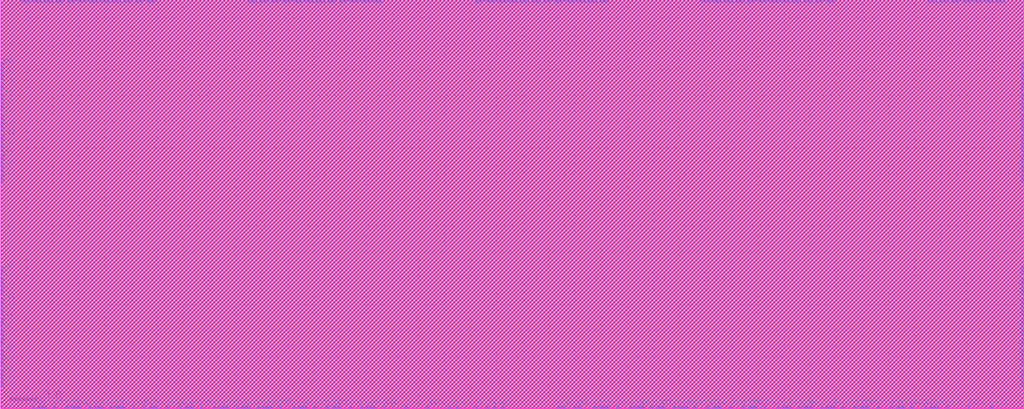
<source format=lef>
# 
#              Synchronous High Speed Single Port SRAM Compiler 
# 
#                    UMC 0.18um GenericII Logic Process
#    __________________________________________________________________________
# 
# 
#      (C) Copyright 2002-2009 Faraday Technology Corp. All Rights Reserved.
#    
#    This source code is an unpublished work belongs to Faraday Technology
#    Corp.  It is considered a trade secret and is not to be divulged or
#    used by parties who have not received written authorization from
#    Faraday Technology Corp.
#    
#    Faraday's home page can be found at:
#    http://www.faraday-tech.com/
#   
#       Module Name      : tag_array
#       Words            : 64
#       Bits             : 22
#       Byte-Write       : 1
#       Aspect Ratio     : 1
#       Output Loading   : 0.5  (pf)
#       Data Slew        : 0.5  (ns)
#       CK Slew          : 0.5  (ns)
#       Power Ring Width : 2  (um)
# 
# -----------------------------------------------------------------------------
# 
#       Library          : FSA0M_A
#       Memaker          : 200901.2.1
#       Date             : 2018/10/22 20:38:45
# 
# -----------------------------------------------------------------------------


NAMESCASESENSITIVE ON ;
MACRO tag_array
CLASS BLOCK ;
FOREIGN tag_array 0.000 0.000 ;
ORIGIN 0.000 0.000 ;
SIZE 391.840 BY 156.800 ;
SYMMETRY x y r90 ;
SITE core ;
PIN GND
  DIRECTION INOUT ;
  USE GROUND ;
  SHAPE ABUTMENT ;
 PORT
  LAYER metal4 ;
  RECT 390.720 129.700 391.840 132.940 ;
  LAYER metal3 ;
  RECT 390.720 129.700 391.840 132.940 ;
  LAYER metal2 ;
  RECT 390.720 129.700 391.840 132.940 ;
  LAYER metal1 ;
  RECT 390.720 129.700 391.840 132.940 ;
 END
 PORT
  LAYER metal4 ;
  RECT 390.720 121.860 391.840 125.100 ;
  LAYER metal3 ;
  RECT 390.720 121.860 391.840 125.100 ;
  LAYER metal2 ;
  RECT 390.720 121.860 391.840 125.100 ;
  LAYER metal1 ;
  RECT 390.720 121.860 391.840 125.100 ;
 END
 PORT
  LAYER metal4 ;
  RECT 390.720 114.020 391.840 117.260 ;
  LAYER metal3 ;
  RECT 390.720 114.020 391.840 117.260 ;
  LAYER metal2 ;
  RECT 390.720 114.020 391.840 117.260 ;
  LAYER metal1 ;
  RECT 390.720 114.020 391.840 117.260 ;
 END
 PORT
  LAYER metal4 ;
  RECT 390.720 106.180 391.840 109.420 ;
  LAYER metal3 ;
  RECT 390.720 106.180 391.840 109.420 ;
  LAYER metal2 ;
  RECT 390.720 106.180 391.840 109.420 ;
  LAYER metal1 ;
  RECT 390.720 106.180 391.840 109.420 ;
 END
 PORT
  LAYER metal4 ;
  RECT 390.720 98.340 391.840 101.580 ;
  LAYER metal3 ;
  RECT 390.720 98.340 391.840 101.580 ;
  LAYER metal2 ;
  RECT 390.720 98.340 391.840 101.580 ;
  LAYER metal1 ;
  RECT 390.720 98.340 391.840 101.580 ;
 END
 PORT
  LAYER metal4 ;
  RECT 390.720 90.500 391.840 93.740 ;
  LAYER metal3 ;
  RECT 390.720 90.500 391.840 93.740 ;
  LAYER metal2 ;
  RECT 390.720 90.500 391.840 93.740 ;
  LAYER metal1 ;
  RECT 390.720 90.500 391.840 93.740 ;
 END
 PORT
  LAYER metal4 ;
  RECT 390.720 51.300 391.840 54.540 ;
  LAYER metal3 ;
  RECT 390.720 51.300 391.840 54.540 ;
  LAYER metal2 ;
  RECT 390.720 51.300 391.840 54.540 ;
  LAYER metal1 ;
  RECT 390.720 51.300 391.840 54.540 ;
 END
 PORT
  LAYER metal4 ;
  RECT 390.720 43.460 391.840 46.700 ;
  LAYER metal3 ;
  RECT 390.720 43.460 391.840 46.700 ;
  LAYER metal2 ;
  RECT 390.720 43.460 391.840 46.700 ;
  LAYER metal1 ;
  RECT 390.720 43.460 391.840 46.700 ;
 END
 PORT
  LAYER metal4 ;
  RECT 390.720 35.620 391.840 38.860 ;
  LAYER metal3 ;
  RECT 390.720 35.620 391.840 38.860 ;
  LAYER metal2 ;
  RECT 390.720 35.620 391.840 38.860 ;
  LAYER metal1 ;
  RECT 390.720 35.620 391.840 38.860 ;
 END
 PORT
  LAYER metal4 ;
  RECT 390.720 27.780 391.840 31.020 ;
  LAYER metal3 ;
  RECT 390.720 27.780 391.840 31.020 ;
  LAYER metal2 ;
  RECT 390.720 27.780 391.840 31.020 ;
  LAYER metal1 ;
  RECT 390.720 27.780 391.840 31.020 ;
 END
 PORT
  LAYER metal4 ;
  RECT 390.720 19.940 391.840 23.180 ;
  LAYER metal3 ;
  RECT 390.720 19.940 391.840 23.180 ;
  LAYER metal2 ;
  RECT 390.720 19.940 391.840 23.180 ;
  LAYER metal1 ;
  RECT 390.720 19.940 391.840 23.180 ;
 END
 PORT
  LAYER metal4 ;
  RECT 390.720 12.100 391.840 15.340 ;
  LAYER metal3 ;
  RECT 390.720 12.100 391.840 15.340 ;
  LAYER metal2 ;
  RECT 390.720 12.100 391.840 15.340 ;
  LAYER metal1 ;
  RECT 390.720 12.100 391.840 15.340 ;
 END
 PORT
  LAYER metal4 ;
  RECT 0.000 129.700 1.120 132.940 ;
  LAYER metal3 ;
  RECT 0.000 129.700 1.120 132.940 ;
  LAYER metal2 ;
  RECT 0.000 129.700 1.120 132.940 ;
  LAYER metal1 ;
  RECT 0.000 129.700 1.120 132.940 ;
 END
 PORT
  LAYER metal4 ;
  RECT 0.000 121.860 1.120 125.100 ;
  LAYER metal3 ;
  RECT 0.000 121.860 1.120 125.100 ;
  LAYER metal2 ;
  RECT 0.000 121.860 1.120 125.100 ;
  LAYER metal1 ;
  RECT 0.000 121.860 1.120 125.100 ;
 END
 PORT
  LAYER metal4 ;
  RECT 0.000 114.020 1.120 117.260 ;
  LAYER metal3 ;
  RECT 0.000 114.020 1.120 117.260 ;
  LAYER metal2 ;
  RECT 0.000 114.020 1.120 117.260 ;
  LAYER metal1 ;
  RECT 0.000 114.020 1.120 117.260 ;
 END
 PORT
  LAYER metal4 ;
  RECT 0.000 106.180 1.120 109.420 ;
  LAYER metal3 ;
  RECT 0.000 106.180 1.120 109.420 ;
  LAYER metal2 ;
  RECT 0.000 106.180 1.120 109.420 ;
  LAYER metal1 ;
  RECT 0.000 106.180 1.120 109.420 ;
 END
 PORT
  LAYER metal4 ;
  RECT 0.000 98.340 1.120 101.580 ;
  LAYER metal3 ;
  RECT 0.000 98.340 1.120 101.580 ;
  LAYER metal2 ;
  RECT 0.000 98.340 1.120 101.580 ;
  LAYER metal1 ;
  RECT 0.000 98.340 1.120 101.580 ;
 END
 PORT
  LAYER metal4 ;
  RECT 0.000 90.500 1.120 93.740 ;
  LAYER metal3 ;
  RECT 0.000 90.500 1.120 93.740 ;
  LAYER metal2 ;
  RECT 0.000 90.500 1.120 93.740 ;
  LAYER metal1 ;
  RECT 0.000 90.500 1.120 93.740 ;
 END
 PORT
  LAYER metal4 ;
  RECT 0.000 51.300 1.120 54.540 ;
  LAYER metal3 ;
  RECT 0.000 51.300 1.120 54.540 ;
  LAYER metal2 ;
  RECT 0.000 51.300 1.120 54.540 ;
  LAYER metal1 ;
  RECT 0.000 51.300 1.120 54.540 ;
 END
 PORT
  LAYER metal4 ;
  RECT 0.000 43.460 1.120 46.700 ;
  LAYER metal3 ;
  RECT 0.000 43.460 1.120 46.700 ;
  LAYER metal2 ;
  RECT 0.000 43.460 1.120 46.700 ;
  LAYER metal1 ;
  RECT 0.000 43.460 1.120 46.700 ;
 END
 PORT
  LAYER metal4 ;
  RECT 0.000 35.620 1.120 38.860 ;
  LAYER metal3 ;
  RECT 0.000 35.620 1.120 38.860 ;
  LAYER metal2 ;
  RECT 0.000 35.620 1.120 38.860 ;
  LAYER metal1 ;
  RECT 0.000 35.620 1.120 38.860 ;
 END
 PORT
  LAYER metal4 ;
  RECT 0.000 27.780 1.120 31.020 ;
  LAYER metal3 ;
  RECT 0.000 27.780 1.120 31.020 ;
  LAYER metal2 ;
  RECT 0.000 27.780 1.120 31.020 ;
  LAYER metal1 ;
  RECT 0.000 27.780 1.120 31.020 ;
 END
 PORT
  LAYER metal4 ;
  RECT 0.000 19.940 1.120 23.180 ;
  LAYER metal3 ;
  RECT 0.000 19.940 1.120 23.180 ;
  LAYER metal2 ;
  RECT 0.000 19.940 1.120 23.180 ;
  LAYER metal1 ;
  RECT 0.000 19.940 1.120 23.180 ;
 END
 PORT
  LAYER metal4 ;
  RECT 0.000 12.100 1.120 15.340 ;
  LAYER metal3 ;
  RECT 0.000 12.100 1.120 15.340 ;
  LAYER metal2 ;
  RECT 0.000 12.100 1.120 15.340 ;
  LAYER metal1 ;
  RECT 0.000 12.100 1.120 15.340 ;
 END
 PORT
  LAYER metal4 ;
  RECT 376.740 155.680 380.280 156.800 ;
  LAYER metal3 ;
  RECT 376.740 155.680 380.280 156.800 ;
  LAYER metal2 ;
  RECT 376.740 155.680 380.280 156.800 ;
  LAYER metal1 ;
  RECT 376.740 155.680 380.280 156.800 ;
 END
 PORT
  LAYER metal4 ;
  RECT 368.060 155.680 371.600 156.800 ;
  LAYER metal3 ;
  RECT 368.060 155.680 371.600 156.800 ;
  LAYER metal2 ;
  RECT 368.060 155.680 371.600 156.800 ;
  LAYER metal1 ;
  RECT 368.060 155.680 371.600 156.800 ;
 END
 PORT
  LAYER metal4 ;
  RECT 359.380 155.680 362.920 156.800 ;
  LAYER metal3 ;
  RECT 359.380 155.680 362.920 156.800 ;
  LAYER metal2 ;
  RECT 359.380 155.680 362.920 156.800 ;
  LAYER metal1 ;
  RECT 359.380 155.680 362.920 156.800 ;
 END
 PORT
  LAYER metal4 ;
  RECT 315.980 155.680 319.520 156.800 ;
  LAYER metal3 ;
  RECT 315.980 155.680 319.520 156.800 ;
  LAYER metal2 ;
  RECT 315.980 155.680 319.520 156.800 ;
  LAYER metal1 ;
  RECT 315.980 155.680 319.520 156.800 ;
 END
 PORT
  LAYER metal4 ;
  RECT 307.300 155.680 310.840 156.800 ;
  LAYER metal3 ;
  RECT 307.300 155.680 310.840 156.800 ;
  LAYER metal2 ;
  RECT 307.300 155.680 310.840 156.800 ;
  LAYER metal1 ;
  RECT 307.300 155.680 310.840 156.800 ;
 END
 PORT
  LAYER metal4 ;
  RECT 298.620 155.680 302.160 156.800 ;
  LAYER metal3 ;
  RECT 298.620 155.680 302.160 156.800 ;
  LAYER metal2 ;
  RECT 298.620 155.680 302.160 156.800 ;
  LAYER metal1 ;
  RECT 298.620 155.680 302.160 156.800 ;
 END
 PORT
  LAYER metal4 ;
  RECT 289.940 155.680 293.480 156.800 ;
  LAYER metal3 ;
  RECT 289.940 155.680 293.480 156.800 ;
  LAYER metal2 ;
  RECT 289.940 155.680 293.480 156.800 ;
  LAYER metal1 ;
  RECT 289.940 155.680 293.480 156.800 ;
 END
 PORT
  LAYER metal4 ;
  RECT 281.260 155.680 284.800 156.800 ;
  LAYER metal3 ;
  RECT 281.260 155.680 284.800 156.800 ;
  LAYER metal2 ;
  RECT 281.260 155.680 284.800 156.800 ;
  LAYER metal1 ;
  RECT 281.260 155.680 284.800 156.800 ;
 END
 PORT
  LAYER metal4 ;
  RECT 272.580 155.680 276.120 156.800 ;
  LAYER metal3 ;
  RECT 272.580 155.680 276.120 156.800 ;
  LAYER metal2 ;
  RECT 272.580 155.680 276.120 156.800 ;
  LAYER metal1 ;
  RECT 272.580 155.680 276.120 156.800 ;
 END
 PORT
  LAYER metal4 ;
  RECT 229.180 155.680 232.720 156.800 ;
  LAYER metal3 ;
  RECT 229.180 155.680 232.720 156.800 ;
  LAYER metal2 ;
  RECT 229.180 155.680 232.720 156.800 ;
  LAYER metal1 ;
  RECT 229.180 155.680 232.720 156.800 ;
 END
 PORT
  LAYER metal4 ;
  RECT 220.500 155.680 224.040 156.800 ;
  LAYER metal3 ;
  RECT 220.500 155.680 224.040 156.800 ;
  LAYER metal2 ;
  RECT 220.500 155.680 224.040 156.800 ;
  LAYER metal1 ;
  RECT 220.500 155.680 224.040 156.800 ;
 END
 PORT
  LAYER metal4 ;
  RECT 211.820 155.680 215.360 156.800 ;
  LAYER metal3 ;
  RECT 211.820 155.680 215.360 156.800 ;
  LAYER metal2 ;
  RECT 211.820 155.680 215.360 156.800 ;
  LAYER metal1 ;
  RECT 211.820 155.680 215.360 156.800 ;
 END
 PORT
  LAYER metal4 ;
  RECT 203.140 155.680 206.680 156.800 ;
  LAYER metal3 ;
  RECT 203.140 155.680 206.680 156.800 ;
  LAYER metal2 ;
  RECT 203.140 155.680 206.680 156.800 ;
  LAYER metal1 ;
  RECT 203.140 155.680 206.680 156.800 ;
 END
 PORT
  LAYER metal4 ;
  RECT 194.460 155.680 198.000 156.800 ;
  LAYER metal3 ;
  RECT 194.460 155.680 198.000 156.800 ;
  LAYER metal2 ;
  RECT 194.460 155.680 198.000 156.800 ;
  LAYER metal1 ;
  RECT 194.460 155.680 198.000 156.800 ;
 END
 PORT
  LAYER metal4 ;
  RECT 185.780 155.680 189.320 156.800 ;
  LAYER metal3 ;
  RECT 185.780 155.680 189.320 156.800 ;
  LAYER metal2 ;
  RECT 185.780 155.680 189.320 156.800 ;
  LAYER metal1 ;
  RECT 185.780 155.680 189.320 156.800 ;
 END
 PORT
  LAYER metal4 ;
  RECT 142.380 155.680 145.920 156.800 ;
  LAYER metal3 ;
  RECT 142.380 155.680 145.920 156.800 ;
  LAYER metal2 ;
  RECT 142.380 155.680 145.920 156.800 ;
  LAYER metal1 ;
  RECT 142.380 155.680 145.920 156.800 ;
 END
 PORT
  LAYER metal4 ;
  RECT 133.700 155.680 137.240 156.800 ;
  LAYER metal3 ;
  RECT 133.700 155.680 137.240 156.800 ;
  LAYER metal2 ;
  RECT 133.700 155.680 137.240 156.800 ;
  LAYER metal1 ;
  RECT 133.700 155.680 137.240 156.800 ;
 END
 PORT
  LAYER metal4 ;
  RECT 125.020 155.680 128.560 156.800 ;
  LAYER metal3 ;
  RECT 125.020 155.680 128.560 156.800 ;
  LAYER metal2 ;
  RECT 125.020 155.680 128.560 156.800 ;
  LAYER metal1 ;
  RECT 125.020 155.680 128.560 156.800 ;
 END
 PORT
  LAYER metal4 ;
  RECT 116.340 155.680 119.880 156.800 ;
  LAYER metal3 ;
  RECT 116.340 155.680 119.880 156.800 ;
  LAYER metal2 ;
  RECT 116.340 155.680 119.880 156.800 ;
  LAYER metal1 ;
  RECT 116.340 155.680 119.880 156.800 ;
 END
 PORT
  LAYER metal4 ;
  RECT 107.660 155.680 111.200 156.800 ;
  LAYER metal3 ;
  RECT 107.660 155.680 111.200 156.800 ;
  LAYER metal2 ;
  RECT 107.660 155.680 111.200 156.800 ;
  LAYER metal1 ;
  RECT 107.660 155.680 111.200 156.800 ;
 END
 PORT
  LAYER metal4 ;
  RECT 98.980 155.680 102.520 156.800 ;
  LAYER metal3 ;
  RECT 98.980 155.680 102.520 156.800 ;
  LAYER metal2 ;
  RECT 98.980 155.680 102.520 156.800 ;
  LAYER metal1 ;
  RECT 98.980 155.680 102.520 156.800 ;
 END
 PORT
  LAYER metal4 ;
  RECT 55.580 155.680 59.120 156.800 ;
  LAYER metal3 ;
  RECT 55.580 155.680 59.120 156.800 ;
  LAYER metal2 ;
  RECT 55.580 155.680 59.120 156.800 ;
  LAYER metal1 ;
  RECT 55.580 155.680 59.120 156.800 ;
 END
 PORT
  LAYER metal4 ;
  RECT 46.900 155.680 50.440 156.800 ;
  LAYER metal3 ;
  RECT 46.900 155.680 50.440 156.800 ;
  LAYER metal2 ;
  RECT 46.900 155.680 50.440 156.800 ;
  LAYER metal1 ;
  RECT 46.900 155.680 50.440 156.800 ;
 END
 PORT
  LAYER metal4 ;
  RECT 38.220 155.680 41.760 156.800 ;
  LAYER metal3 ;
  RECT 38.220 155.680 41.760 156.800 ;
  LAYER metal2 ;
  RECT 38.220 155.680 41.760 156.800 ;
  LAYER metal1 ;
  RECT 38.220 155.680 41.760 156.800 ;
 END
 PORT
  LAYER metal4 ;
  RECT 29.540 155.680 33.080 156.800 ;
  LAYER metal3 ;
  RECT 29.540 155.680 33.080 156.800 ;
  LAYER metal2 ;
  RECT 29.540 155.680 33.080 156.800 ;
  LAYER metal1 ;
  RECT 29.540 155.680 33.080 156.800 ;
 END
 PORT
  LAYER metal4 ;
  RECT 20.860 155.680 24.400 156.800 ;
  LAYER metal3 ;
  RECT 20.860 155.680 24.400 156.800 ;
  LAYER metal2 ;
  RECT 20.860 155.680 24.400 156.800 ;
  LAYER metal1 ;
  RECT 20.860 155.680 24.400 156.800 ;
 END
 PORT
  LAYER metal4 ;
  RECT 12.180 155.680 15.720 156.800 ;
  LAYER metal3 ;
  RECT 12.180 155.680 15.720 156.800 ;
  LAYER metal2 ;
  RECT 12.180 155.680 15.720 156.800 ;
  LAYER metal1 ;
  RECT 12.180 155.680 15.720 156.800 ;
 END
 PORT
  LAYER metal4 ;
  RECT 355.660 0.000 359.200 1.120 ;
  LAYER metal3 ;
  RECT 355.660 0.000 359.200 1.120 ;
  LAYER metal2 ;
  RECT 355.660 0.000 359.200 1.120 ;
  LAYER metal1 ;
  RECT 355.660 0.000 359.200 1.120 ;
 END
 PORT
  LAYER metal4 ;
  RECT 329.000 0.000 332.540 1.120 ;
  LAYER metal3 ;
  RECT 329.000 0.000 332.540 1.120 ;
  LAYER metal2 ;
  RECT 329.000 0.000 332.540 1.120 ;
  LAYER metal1 ;
  RECT 329.000 0.000 332.540 1.120 ;
 END
 PORT
  LAYER metal4 ;
  RECT 307.300 0.000 310.840 1.120 ;
  LAYER metal3 ;
  RECT 307.300 0.000 310.840 1.120 ;
  LAYER metal2 ;
  RECT 307.300 0.000 310.840 1.120 ;
  LAYER metal1 ;
  RECT 307.300 0.000 310.840 1.120 ;
 END
 PORT
  LAYER metal4 ;
  RECT 286.220 0.000 289.760 1.120 ;
  LAYER metal3 ;
  RECT 286.220 0.000 289.760 1.120 ;
  LAYER metal2 ;
  RECT 286.220 0.000 289.760 1.120 ;
  LAYER metal1 ;
  RECT 286.220 0.000 289.760 1.120 ;
 END
 PORT
  LAYER metal4 ;
  RECT 259.560 0.000 263.100 1.120 ;
  LAYER metal3 ;
  RECT 259.560 0.000 263.100 1.120 ;
  LAYER metal2 ;
  RECT 259.560 0.000 263.100 1.120 ;
  LAYER metal1 ;
  RECT 259.560 0.000 263.100 1.120 ;
 END
 PORT
  LAYER metal4 ;
  RECT 242.820 0.000 246.360 1.120 ;
  LAYER metal3 ;
  RECT 242.820 0.000 246.360 1.120 ;
  LAYER metal2 ;
  RECT 242.820 0.000 246.360 1.120 ;
  LAYER metal1 ;
  RECT 242.820 0.000 246.360 1.120 ;
 END
 PORT
  LAYER metal4 ;
  RECT 139.900 0.000 143.440 1.120 ;
  LAYER metal3 ;
  RECT 139.900 0.000 143.440 1.120 ;
  LAYER metal2 ;
  RECT 139.900 0.000 143.440 1.120 ;
  LAYER metal1 ;
  RECT 139.900 0.000 143.440 1.120 ;
 END
 PORT
  LAYER metal4 ;
  RECT 113.860 0.000 117.400 1.120 ;
  LAYER metal3 ;
  RECT 113.860 0.000 117.400 1.120 ;
  LAYER metal2 ;
  RECT 113.860 0.000 117.400 1.120 ;
  LAYER metal1 ;
  RECT 113.860 0.000 117.400 1.120 ;
 END
 PORT
  LAYER metal4 ;
  RECT 92.160 0.000 95.700 1.120 ;
  LAYER metal3 ;
  RECT 92.160 0.000 95.700 1.120 ;
  LAYER metal2 ;
  RECT 92.160 0.000 95.700 1.120 ;
  LAYER metal1 ;
  RECT 92.160 0.000 95.700 1.120 ;
 END
 PORT
  LAYER metal4 ;
  RECT 70.460 0.000 74.000 1.120 ;
  LAYER metal3 ;
  RECT 70.460 0.000 74.000 1.120 ;
  LAYER metal2 ;
  RECT 70.460 0.000 74.000 1.120 ;
  LAYER metal1 ;
  RECT 70.460 0.000 74.000 1.120 ;
 END
 PORT
  LAYER metal4 ;
  RECT 43.800 0.000 47.340 1.120 ;
  LAYER metal3 ;
  RECT 43.800 0.000 47.340 1.120 ;
  LAYER metal2 ;
  RECT 43.800 0.000 47.340 1.120 ;
  LAYER metal1 ;
  RECT 43.800 0.000 47.340 1.120 ;
 END
 PORT
  LAYER metal4 ;
  RECT 27.060 0.000 30.600 1.120 ;
  LAYER metal3 ;
  RECT 27.060 0.000 30.600 1.120 ;
  LAYER metal2 ;
  RECT 27.060 0.000 30.600 1.120 ;
  LAYER metal1 ;
  RECT 27.060 0.000 30.600 1.120 ;
 END
END GND
PIN VCC
  DIRECTION INOUT ;
  USE POWER ;
  SHAPE ABUTMENT ;
 PORT
  LAYER metal4 ;
  RECT 390.720 125.780 391.840 129.020 ;
  LAYER metal3 ;
  RECT 390.720 125.780 391.840 129.020 ;
  LAYER metal2 ;
  RECT 390.720 125.780 391.840 129.020 ;
  LAYER metal1 ;
  RECT 390.720 125.780 391.840 129.020 ;
 END
 PORT
  LAYER metal4 ;
  RECT 390.720 117.940 391.840 121.180 ;
  LAYER metal3 ;
  RECT 390.720 117.940 391.840 121.180 ;
  LAYER metal2 ;
  RECT 390.720 117.940 391.840 121.180 ;
  LAYER metal1 ;
  RECT 390.720 117.940 391.840 121.180 ;
 END
 PORT
  LAYER metal4 ;
  RECT 390.720 110.100 391.840 113.340 ;
  LAYER metal3 ;
  RECT 390.720 110.100 391.840 113.340 ;
  LAYER metal2 ;
  RECT 390.720 110.100 391.840 113.340 ;
  LAYER metal1 ;
  RECT 390.720 110.100 391.840 113.340 ;
 END
 PORT
  LAYER metal4 ;
  RECT 390.720 102.260 391.840 105.500 ;
  LAYER metal3 ;
  RECT 390.720 102.260 391.840 105.500 ;
  LAYER metal2 ;
  RECT 390.720 102.260 391.840 105.500 ;
  LAYER metal1 ;
  RECT 390.720 102.260 391.840 105.500 ;
 END
 PORT
  LAYER metal4 ;
  RECT 390.720 94.420 391.840 97.660 ;
  LAYER metal3 ;
  RECT 390.720 94.420 391.840 97.660 ;
  LAYER metal2 ;
  RECT 390.720 94.420 391.840 97.660 ;
  LAYER metal1 ;
  RECT 390.720 94.420 391.840 97.660 ;
 END
 PORT
  LAYER metal4 ;
  RECT 390.720 86.580 391.840 89.820 ;
  LAYER metal3 ;
  RECT 390.720 86.580 391.840 89.820 ;
  LAYER metal2 ;
  RECT 390.720 86.580 391.840 89.820 ;
  LAYER metal1 ;
  RECT 390.720 86.580 391.840 89.820 ;
 END
 PORT
  LAYER metal4 ;
  RECT 390.720 47.380 391.840 50.620 ;
  LAYER metal3 ;
  RECT 390.720 47.380 391.840 50.620 ;
  LAYER metal2 ;
  RECT 390.720 47.380 391.840 50.620 ;
  LAYER metal1 ;
  RECT 390.720 47.380 391.840 50.620 ;
 END
 PORT
  LAYER metal4 ;
  RECT 390.720 39.540 391.840 42.780 ;
  LAYER metal3 ;
  RECT 390.720 39.540 391.840 42.780 ;
  LAYER metal2 ;
  RECT 390.720 39.540 391.840 42.780 ;
  LAYER metal1 ;
  RECT 390.720 39.540 391.840 42.780 ;
 END
 PORT
  LAYER metal4 ;
  RECT 390.720 31.700 391.840 34.940 ;
  LAYER metal3 ;
  RECT 390.720 31.700 391.840 34.940 ;
  LAYER metal2 ;
  RECT 390.720 31.700 391.840 34.940 ;
  LAYER metal1 ;
  RECT 390.720 31.700 391.840 34.940 ;
 END
 PORT
  LAYER metal4 ;
  RECT 390.720 23.860 391.840 27.100 ;
  LAYER metal3 ;
  RECT 390.720 23.860 391.840 27.100 ;
  LAYER metal2 ;
  RECT 390.720 23.860 391.840 27.100 ;
  LAYER metal1 ;
  RECT 390.720 23.860 391.840 27.100 ;
 END
 PORT
  LAYER metal4 ;
  RECT 390.720 16.020 391.840 19.260 ;
  LAYER metal3 ;
  RECT 390.720 16.020 391.840 19.260 ;
  LAYER metal2 ;
  RECT 390.720 16.020 391.840 19.260 ;
  LAYER metal1 ;
  RECT 390.720 16.020 391.840 19.260 ;
 END
 PORT
  LAYER metal4 ;
  RECT 390.720 8.180 391.840 11.420 ;
  LAYER metal3 ;
  RECT 390.720 8.180 391.840 11.420 ;
  LAYER metal2 ;
  RECT 390.720 8.180 391.840 11.420 ;
  LAYER metal1 ;
  RECT 390.720 8.180 391.840 11.420 ;
 END
 PORT
  LAYER metal4 ;
  RECT 0.000 125.780 1.120 129.020 ;
  LAYER metal3 ;
  RECT 0.000 125.780 1.120 129.020 ;
  LAYER metal2 ;
  RECT 0.000 125.780 1.120 129.020 ;
  LAYER metal1 ;
  RECT 0.000 125.780 1.120 129.020 ;
 END
 PORT
  LAYER metal4 ;
  RECT 0.000 117.940 1.120 121.180 ;
  LAYER metal3 ;
  RECT 0.000 117.940 1.120 121.180 ;
  LAYER metal2 ;
  RECT 0.000 117.940 1.120 121.180 ;
  LAYER metal1 ;
  RECT 0.000 117.940 1.120 121.180 ;
 END
 PORT
  LAYER metal4 ;
  RECT 0.000 110.100 1.120 113.340 ;
  LAYER metal3 ;
  RECT 0.000 110.100 1.120 113.340 ;
  LAYER metal2 ;
  RECT 0.000 110.100 1.120 113.340 ;
  LAYER metal1 ;
  RECT 0.000 110.100 1.120 113.340 ;
 END
 PORT
  LAYER metal4 ;
  RECT 0.000 102.260 1.120 105.500 ;
  LAYER metal3 ;
  RECT 0.000 102.260 1.120 105.500 ;
  LAYER metal2 ;
  RECT 0.000 102.260 1.120 105.500 ;
  LAYER metal1 ;
  RECT 0.000 102.260 1.120 105.500 ;
 END
 PORT
  LAYER metal4 ;
  RECT 0.000 94.420 1.120 97.660 ;
  LAYER metal3 ;
  RECT 0.000 94.420 1.120 97.660 ;
  LAYER metal2 ;
  RECT 0.000 94.420 1.120 97.660 ;
  LAYER metal1 ;
  RECT 0.000 94.420 1.120 97.660 ;
 END
 PORT
  LAYER metal4 ;
  RECT 0.000 86.580 1.120 89.820 ;
  LAYER metal3 ;
  RECT 0.000 86.580 1.120 89.820 ;
  LAYER metal2 ;
  RECT 0.000 86.580 1.120 89.820 ;
  LAYER metal1 ;
  RECT 0.000 86.580 1.120 89.820 ;
 END
 PORT
  LAYER metal4 ;
  RECT 0.000 47.380 1.120 50.620 ;
  LAYER metal3 ;
  RECT 0.000 47.380 1.120 50.620 ;
  LAYER metal2 ;
  RECT 0.000 47.380 1.120 50.620 ;
  LAYER metal1 ;
  RECT 0.000 47.380 1.120 50.620 ;
 END
 PORT
  LAYER metal4 ;
  RECT 0.000 39.540 1.120 42.780 ;
  LAYER metal3 ;
  RECT 0.000 39.540 1.120 42.780 ;
  LAYER metal2 ;
  RECT 0.000 39.540 1.120 42.780 ;
  LAYER metal1 ;
  RECT 0.000 39.540 1.120 42.780 ;
 END
 PORT
  LAYER metal4 ;
  RECT 0.000 31.700 1.120 34.940 ;
  LAYER metal3 ;
  RECT 0.000 31.700 1.120 34.940 ;
  LAYER metal2 ;
  RECT 0.000 31.700 1.120 34.940 ;
  LAYER metal1 ;
  RECT 0.000 31.700 1.120 34.940 ;
 END
 PORT
  LAYER metal4 ;
  RECT 0.000 23.860 1.120 27.100 ;
  LAYER metal3 ;
  RECT 0.000 23.860 1.120 27.100 ;
  LAYER metal2 ;
  RECT 0.000 23.860 1.120 27.100 ;
  LAYER metal1 ;
  RECT 0.000 23.860 1.120 27.100 ;
 END
 PORT
  LAYER metal4 ;
  RECT 0.000 16.020 1.120 19.260 ;
  LAYER metal3 ;
  RECT 0.000 16.020 1.120 19.260 ;
  LAYER metal2 ;
  RECT 0.000 16.020 1.120 19.260 ;
  LAYER metal1 ;
  RECT 0.000 16.020 1.120 19.260 ;
 END
 PORT
  LAYER metal4 ;
  RECT 0.000 8.180 1.120 11.420 ;
  LAYER metal3 ;
  RECT 0.000 8.180 1.120 11.420 ;
  LAYER metal2 ;
  RECT 0.000 8.180 1.120 11.420 ;
  LAYER metal1 ;
  RECT 0.000 8.180 1.120 11.420 ;
 END
 PORT
  LAYER metal4 ;
  RECT 381.080 155.680 384.620 156.800 ;
  LAYER metal3 ;
  RECT 381.080 155.680 384.620 156.800 ;
  LAYER metal2 ;
  RECT 381.080 155.680 384.620 156.800 ;
  LAYER metal1 ;
  RECT 381.080 155.680 384.620 156.800 ;
 END
 PORT
  LAYER metal4 ;
  RECT 372.400 155.680 375.940 156.800 ;
  LAYER metal3 ;
  RECT 372.400 155.680 375.940 156.800 ;
  LAYER metal2 ;
  RECT 372.400 155.680 375.940 156.800 ;
  LAYER metal1 ;
  RECT 372.400 155.680 375.940 156.800 ;
 END
 PORT
  LAYER metal4 ;
  RECT 363.720 155.680 367.260 156.800 ;
  LAYER metal3 ;
  RECT 363.720 155.680 367.260 156.800 ;
  LAYER metal2 ;
  RECT 363.720 155.680 367.260 156.800 ;
  LAYER metal1 ;
  RECT 363.720 155.680 367.260 156.800 ;
 END
 PORT
  LAYER metal4 ;
  RECT 355.040 155.680 358.580 156.800 ;
  LAYER metal3 ;
  RECT 355.040 155.680 358.580 156.800 ;
  LAYER metal2 ;
  RECT 355.040 155.680 358.580 156.800 ;
  LAYER metal1 ;
  RECT 355.040 155.680 358.580 156.800 ;
 END
 PORT
  LAYER metal4 ;
  RECT 311.640 155.680 315.180 156.800 ;
  LAYER metal3 ;
  RECT 311.640 155.680 315.180 156.800 ;
  LAYER metal2 ;
  RECT 311.640 155.680 315.180 156.800 ;
  LAYER metal1 ;
  RECT 311.640 155.680 315.180 156.800 ;
 END
 PORT
  LAYER metal4 ;
  RECT 302.960 155.680 306.500 156.800 ;
  LAYER metal3 ;
  RECT 302.960 155.680 306.500 156.800 ;
  LAYER metal2 ;
  RECT 302.960 155.680 306.500 156.800 ;
  LAYER metal1 ;
  RECT 302.960 155.680 306.500 156.800 ;
 END
 PORT
  LAYER metal4 ;
  RECT 294.280 155.680 297.820 156.800 ;
  LAYER metal3 ;
  RECT 294.280 155.680 297.820 156.800 ;
  LAYER metal2 ;
  RECT 294.280 155.680 297.820 156.800 ;
  LAYER metal1 ;
  RECT 294.280 155.680 297.820 156.800 ;
 END
 PORT
  LAYER metal4 ;
  RECT 285.600 155.680 289.140 156.800 ;
  LAYER metal3 ;
  RECT 285.600 155.680 289.140 156.800 ;
  LAYER metal2 ;
  RECT 285.600 155.680 289.140 156.800 ;
  LAYER metal1 ;
  RECT 285.600 155.680 289.140 156.800 ;
 END
 PORT
  LAYER metal4 ;
  RECT 276.920 155.680 280.460 156.800 ;
  LAYER metal3 ;
  RECT 276.920 155.680 280.460 156.800 ;
  LAYER metal2 ;
  RECT 276.920 155.680 280.460 156.800 ;
  LAYER metal1 ;
  RECT 276.920 155.680 280.460 156.800 ;
 END
 PORT
  LAYER metal4 ;
  RECT 268.240 155.680 271.780 156.800 ;
  LAYER metal3 ;
  RECT 268.240 155.680 271.780 156.800 ;
  LAYER metal2 ;
  RECT 268.240 155.680 271.780 156.800 ;
  LAYER metal1 ;
  RECT 268.240 155.680 271.780 156.800 ;
 END
 PORT
  LAYER metal4 ;
  RECT 224.840 155.680 228.380 156.800 ;
  LAYER metal3 ;
  RECT 224.840 155.680 228.380 156.800 ;
  LAYER metal2 ;
  RECT 224.840 155.680 228.380 156.800 ;
  LAYER metal1 ;
  RECT 224.840 155.680 228.380 156.800 ;
 END
 PORT
  LAYER metal4 ;
  RECT 216.160 155.680 219.700 156.800 ;
  LAYER metal3 ;
  RECT 216.160 155.680 219.700 156.800 ;
  LAYER metal2 ;
  RECT 216.160 155.680 219.700 156.800 ;
  LAYER metal1 ;
  RECT 216.160 155.680 219.700 156.800 ;
 END
 PORT
  LAYER metal4 ;
  RECT 207.480 155.680 211.020 156.800 ;
  LAYER metal3 ;
  RECT 207.480 155.680 211.020 156.800 ;
  LAYER metal2 ;
  RECT 207.480 155.680 211.020 156.800 ;
  LAYER metal1 ;
  RECT 207.480 155.680 211.020 156.800 ;
 END
 PORT
  LAYER metal4 ;
  RECT 198.800 155.680 202.340 156.800 ;
  LAYER metal3 ;
  RECT 198.800 155.680 202.340 156.800 ;
  LAYER metal2 ;
  RECT 198.800 155.680 202.340 156.800 ;
  LAYER metal1 ;
  RECT 198.800 155.680 202.340 156.800 ;
 END
 PORT
  LAYER metal4 ;
  RECT 190.120 155.680 193.660 156.800 ;
  LAYER metal3 ;
  RECT 190.120 155.680 193.660 156.800 ;
  LAYER metal2 ;
  RECT 190.120 155.680 193.660 156.800 ;
  LAYER metal1 ;
  RECT 190.120 155.680 193.660 156.800 ;
 END
 PORT
  LAYER metal4 ;
  RECT 181.440 155.680 184.980 156.800 ;
  LAYER metal3 ;
  RECT 181.440 155.680 184.980 156.800 ;
  LAYER metal2 ;
  RECT 181.440 155.680 184.980 156.800 ;
  LAYER metal1 ;
  RECT 181.440 155.680 184.980 156.800 ;
 END
 PORT
  LAYER metal4 ;
  RECT 138.040 155.680 141.580 156.800 ;
  LAYER metal3 ;
  RECT 138.040 155.680 141.580 156.800 ;
  LAYER metal2 ;
  RECT 138.040 155.680 141.580 156.800 ;
  LAYER metal1 ;
  RECT 138.040 155.680 141.580 156.800 ;
 END
 PORT
  LAYER metal4 ;
  RECT 129.360 155.680 132.900 156.800 ;
  LAYER metal3 ;
  RECT 129.360 155.680 132.900 156.800 ;
  LAYER metal2 ;
  RECT 129.360 155.680 132.900 156.800 ;
  LAYER metal1 ;
  RECT 129.360 155.680 132.900 156.800 ;
 END
 PORT
  LAYER metal4 ;
  RECT 120.680 155.680 124.220 156.800 ;
  LAYER metal3 ;
  RECT 120.680 155.680 124.220 156.800 ;
  LAYER metal2 ;
  RECT 120.680 155.680 124.220 156.800 ;
  LAYER metal1 ;
  RECT 120.680 155.680 124.220 156.800 ;
 END
 PORT
  LAYER metal4 ;
  RECT 112.000 155.680 115.540 156.800 ;
  LAYER metal3 ;
  RECT 112.000 155.680 115.540 156.800 ;
  LAYER metal2 ;
  RECT 112.000 155.680 115.540 156.800 ;
  LAYER metal1 ;
  RECT 112.000 155.680 115.540 156.800 ;
 END
 PORT
  LAYER metal4 ;
  RECT 103.320 155.680 106.860 156.800 ;
  LAYER metal3 ;
  RECT 103.320 155.680 106.860 156.800 ;
  LAYER metal2 ;
  RECT 103.320 155.680 106.860 156.800 ;
  LAYER metal1 ;
  RECT 103.320 155.680 106.860 156.800 ;
 END
 PORT
  LAYER metal4 ;
  RECT 94.640 155.680 98.180 156.800 ;
  LAYER metal3 ;
  RECT 94.640 155.680 98.180 156.800 ;
  LAYER metal2 ;
  RECT 94.640 155.680 98.180 156.800 ;
  LAYER metal1 ;
  RECT 94.640 155.680 98.180 156.800 ;
 END
 PORT
  LAYER metal4 ;
  RECT 51.240 155.680 54.780 156.800 ;
  LAYER metal3 ;
  RECT 51.240 155.680 54.780 156.800 ;
  LAYER metal2 ;
  RECT 51.240 155.680 54.780 156.800 ;
  LAYER metal1 ;
  RECT 51.240 155.680 54.780 156.800 ;
 END
 PORT
  LAYER metal4 ;
  RECT 42.560 155.680 46.100 156.800 ;
  LAYER metal3 ;
  RECT 42.560 155.680 46.100 156.800 ;
  LAYER metal2 ;
  RECT 42.560 155.680 46.100 156.800 ;
  LAYER metal1 ;
  RECT 42.560 155.680 46.100 156.800 ;
 END
 PORT
  LAYER metal4 ;
  RECT 33.880 155.680 37.420 156.800 ;
  LAYER metal3 ;
  RECT 33.880 155.680 37.420 156.800 ;
  LAYER metal2 ;
  RECT 33.880 155.680 37.420 156.800 ;
  LAYER metal1 ;
  RECT 33.880 155.680 37.420 156.800 ;
 END
 PORT
  LAYER metal4 ;
  RECT 25.200 155.680 28.740 156.800 ;
  LAYER metal3 ;
  RECT 25.200 155.680 28.740 156.800 ;
  LAYER metal2 ;
  RECT 25.200 155.680 28.740 156.800 ;
  LAYER metal1 ;
  RECT 25.200 155.680 28.740 156.800 ;
 END
 PORT
  LAYER metal4 ;
  RECT 16.520 155.680 20.060 156.800 ;
  LAYER metal3 ;
  RECT 16.520 155.680 20.060 156.800 ;
  LAYER metal2 ;
  RECT 16.520 155.680 20.060 156.800 ;
  LAYER metal1 ;
  RECT 16.520 155.680 20.060 156.800 ;
 END
 PORT
  LAYER metal4 ;
  RECT 7.840 155.680 11.380 156.800 ;
  LAYER metal3 ;
  RECT 7.840 155.680 11.380 156.800 ;
  LAYER metal2 ;
  RECT 7.840 155.680 11.380 156.800 ;
  LAYER metal1 ;
  RECT 7.840 155.680 11.380 156.800 ;
 END
 PORT
  LAYER metal4 ;
  RECT 342.640 0.000 346.180 1.120 ;
  LAYER metal3 ;
  RECT 342.640 0.000 346.180 1.120 ;
  LAYER metal2 ;
  RECT 342.640 0.000 346.180 1.120 ;
  LAYER metal1 ;
  RECT 342.640 0.000 346.180 1.120 ;
 END
 PORT
  LAYER metal4 ;
  RECT 315.980 0.000 319.520 1.120 ;
  LAYER metal3 ;
  RECT 315.980 0.000 319.520 1.120 ;
  LAYER metal2 ;
  RECT 315.980 0.000 319.520 1.120 ;
  LAYER metal1 ;
  RECT 315.980 0.000 319.520 1.120 ;
 END
 PORT
  LAYER metal4 ;
  RECT 299.240 0.000 302.780 1.120 ;
  LAYER metal3 ;
  RECT 299.240 0.000 302.780 1.120 ;
  LAYER metal2 ;
  RECT 299.240 0.000 302.780 1.120 ;
  LAYER metal1 ;
  RECT 299.240 0.000 302.780 1.120 ;
 END
 PORT
  LAYER metal4 ;
  RECT 272.580 0.000 276.120 1.120 ;
  LAYER metal3 ;
  RECT 272.580 0.000 276.120 1.120 ;
  LAYER metal2 ;
  RECT 272.580 0.000 276.120 1.120 ;
  LAYER metal1 ;
  RECT 272.580 0.000 276.120 1.120 ;
 END
 PORT
  LAYER metal4 ;
  RECT 250.880 0.000 254.420 1.120 ;
  LAYER metal3 ;
  RECT 250.880 0.000 254.420 1.120 ;
  LAYER metal2 ;
  RECT 250.880 0.000 254.420 1.120 ;
  LAYER metal1 ;
  RECT 250.880 0.000 254.420 1.120 ;
 END
 PORT
  LAYER metal4 ;
  RECT 229.180 0.000 232.720 1.120 ;
  LAYER metal3 ;
  RECT 229.180 0.000 232.720 1.120 ;
  LAYER metal2 ;
  RECT 229.180 0.000 232.720 1.120 ;
  LAYER metal1 ;
  RECT 229.180 0.000 232.720 1.120 ;
 END
 PORT
  LAYER metal4 ;
  RECT 126.880 0.000 130.420 1.120 ;
  LAYER metal3 ;
  RECT 126.880 0.000 130.420 1.120 ;
  LAYER metal2 ;
  RECT 126.880 0.000 130.420 1.120 ;
  LAYER metal1 ;
  RECT 126.880 0.000 130.420 1.120 ;
 END
 PORT
  LAYER metal4 ;
  RECT 100.220 0.000 103.760 1.120 ;
  LAYER metal3 ;
  RECT 100.220 0.000 103.760 1.120 ;
  LAYER metal2 ;
  RECT 100.220 0.000 103.760 1.120 ;
  LAYER metal1 ;
  RECT 100.220 0.000 103.760 1.120 ;
 END
 PORT
  LAYER metal4 ;
  RECT 83.480 0.000 87.020 1.120 ;
  LAYER metal3 ;
  RECT 83.480 0.000 87.020 1.120 ;
  LAYER metal2 ;
  RECT 83.480 0.000 87.020 1.120 ;
  LAYER metal1 ;
  RECT 83.480 0.000 87.020 1.120 ;
 END
 PORT
  LAYER metal4 ;
  RECT 56.820 0.000 60.360 1.120 ;
  LAYER metal3 ;
  RECT 56.820 0.000 60.360 1.120 ;
  LAYER metal2 ;
  RECT 56.820 0.000 60.360 1.120 ;
  LAYER metal1 ;
  RECT 56.820 0.000 60.360 1.120 ;
 END
 PORT
  LAYER metal4 ;
  RECT 35.740 0.000 39.280 1.120 ;
  LAYER metal3 ;
  RECT 35.740 0.000 39.280 1.120 ;
  LAYER metal2 ;
  RECT 35.740 0.000 39.280 1.120 ;
  LAYER metal1 ;
  RECT 35.740 0.000 39.280 1.120 ;
 END
 PORT
  LAYER metal4 ;
  RECT 14.040 0.000 17.580 1.120 ;
  LAYER metal3 ;
  RECT 14.040 0.000 17.580 1.120 ;
  LAYER metal2 ;
  RECT 14.040 0.000 17.580 1.120 ;
  LAYER metal1 ;
  RECT 14.040 0.000 17.580 1.120 ;
 END
END VCC
PIN DO21
  DIRECTION OUTPUT ;
  CAPACITANCE 0.031 ;
 PORT
  LAYER metal4 ;
  RECT 378.880 0.000 380.000 1.120 ;
  LAYER metal3 ;
  RECT 378.880 0.000 380.000 1.120 ;
  LAYER metal2 ;
  RECT 378.880 0.000 380.000 1.120 ;
  LAYER metal1 ;
  RECT 378.880 0.000 380.000 1.120 ;
 END
END DO21
PIN DI21
  DIRECTION INPUT ;
  CAPACITANCE 0.012 ;
 PORT
  LAYER metal4 ;
  RECT 370.200 0.000 371.320 1.120 ;
  LAYER metal3 ;
  RECT 370.200 0.000 371.320 1.120 ;
  LAYER metal2 ;
  RECT 370.200 0.000 371.320 1.120 ;
  LAYER metal1 ;
  RECT 370.200 0.000 371.320 1.120 ;
 END
END DI21
PIN DO20
  DIRECTION OUTPUT ;
  CAPACITANCE 0.031 ;
 PORT
  LAYER metal4 ;
  RECT 362.140 0.000 363.260 1.120 ;
  LAYER metal3 ;
  RECT 362.140 0.000 363.260 1.120 ;
  LAYER metal2 ;
  RECT 362.140 0.000 363.260 1.120 ;
  LAYER metal1 ;
  RECT 362.140 0.000 363.260 1.120 ;
 END
END DO20
PIN DI20
  DIRECTION INPUT ;
  CAPACITANCE 0.012 ;
 PORT
  LAYER metal4 ;
  RECT 353.460 0.000 354.580 1.120 ;
  LAYER metal3 ;
  RECT 353.460 0.000 354.580 1.120 ;
  LAYER metal2 ;
  RECT 353.460 0.000 354.580 1.120 ;
  LAYER metal1 ;
  RECT 353.460 0.000 354.580 1.120 ;
 END
END DI20
PIN DO19
  DIRECTION OUTPUT ;
  CAPACITANCE 0.031 ;
 PORT
  LAYER metal4 ;
  RECT 348.500 0.000 349.620 1.120 ;
  LAYER metal3 ;
  RECT 348.500 0.000 349.620 1.120 ;
  LAYER metal2 ;
  RECT 348.500 0.000 349.620 1.120 ;
  LAYER metal1 ;
  RECT 348.500 0.000 349.620 1.120 ;
 END
END DO19
PIN DI19
  DIRECTION INPUT ;
  CAPACITANCE 0.012 ;
 PORT
  LAYER metal4 ;
  RECT 340.440 0.000 341.560 1.120 ;
  LAYER metal3 ;
  RECT 340.440 0.000 341.560 1.120 ;
  LAYER metal2 ;
  RECT 340.440 0.000 341.560 1.120 ;
  LAYER metal1 ;
  RECT 340.440 0.000 341.560 1.120 ;
 END
END DI19
PIN DO18
  DIRECTION OUTPUT ;
  CAPACITANCE 0.031 ;
 PORT
  LAYER metal4 ;
  RECT 335.480 0.000 336.600 1.120 ;
  LAYER metal3 ;
  RECT 335.480 0.000 336.600 1.120 ;
  LAYER metal2 ;
  RECT 335.480 0.000 336.600 1.120 ;
  LAYER metal1 ;
  RECT 335.480 0.000 336.600 1.120 ;
 END
END DO18
PIN DI18
  DIRECTION INPUT ;
  CAPACITANCE 0.012 ;
 PORT
  LAYER metal4 ;
  RECT 326.800 0.000 327.920 1.120 ;
  LAYER metal3 ;
  RECT 326.800 0.000 327.920 1.120 ;
  LAYER metal2 ;
  RECT 326.800 0.000 327.920 1.120 ;
  LAYER metal1 ;
  RECT 326.800 0.000 327.920 1.120 ;
 END
END DI18
PIN DO17
  DIRECTION OUTPUT ;
  CAPACITANCE 0.031 ;
 PORT
  LAYER metal4 ;
  RECT 321.840 0.000 322.960 1.120 ;
  LAYER metal3 ;
  RECT 321.840 0.000 322.960 1.120 ;
  LAYER metal2 ;
  RECT 321.840 0.000 322.960 1.120 ;
  LAYER metal1 ;
  RECT 321.840 0.000 322.960 1.120 ;
 END
END DO17
PIN DI17
  DIRECTION INPUT ;
  CAPACITANCE 0.012 ;
 PORT
  LAYER metal4 ;
  RECT 313.780 0.000 314.900 1.120 ;
  LAYER metal3 ;
  RECT 313.780 0.000 314.900 1.120 ;
  LAYER metal2 ;
  RECT 313.780 0.000 314.900 1.120 ;
  LAYER metal1 ;
  RECT 313.780 0.000 314.900 1.120 ;
 END
END DI17
PIN DO16
  DIRECTION OUTPUT ;
  CAPACITANCE 0.031 ;
 PORT
  LAYER metal4 ;
  RECT 305.100 0.000 306.220 1.120 ;
  LAYER metal3 ;
  RECT 305.100 0.000 306.220 1.120 ;
  LAYER metal2 ;
  RECT 305.100 0.000 306.220 1.120 ;
  LAYER metal1 ;
  RECT 305.100 0.000 306.220 1.120 ;
 END
END DO16
PIN DI16
  DIRECTION INPUT ;
  CAPACITANCE 0.012 ;
 PORT
  LAYER metal4 ;
  RECT 297.040 0.000 298.160 1.120 ;
  LAYER metal3 ;
  RECT 297.040 0.000 298.160 1.120 ;
  LAYER metal2 ;
  RECT 297.040 0.000 298.160 1.120 ;
  LAYER metal1 ;
  RECT 297.040 0.000 298.160 1.120 ;
 END
END DI16
PIN DO15
  DIRECTION OUTPUT ;
  CAPACITANCE 0.031 ;
 PORT
  LAYER metal4 ;
  RECT 292.080 0.000 293.200 1.120 ;
  LAYER metal3 ;
  RECT 292.080 0.000 293.200 1.120 ;
  LAYER metal2 ;
  RECT 292.080 0.000 293.200 1.120 ;
  LAYER metal1 ;
  RECT 292.080 0.000 293.200 1.120 ;
 END
END DO15
PIN DI15
  DIRECTION INPUT ;
  CAPACITANCE 0.012 ;
 PORT
  LAYER metal4 ;
  RECT 284.020 0.000 285.140 1.120 ;
  LAYER metal3 ;
  RECT 284.020 0.000 285.140 1.120 ;
  LAYER metal2 ;
  RECT 284.020 0.000 285.140 1.120 ;
  LAYER metal1 ;
  RECT 284.020 0.000 285.140 1.120 ;
 END
END DI15
PIN DO14
  DIRECTION OUTPUT ;
  CAPACITANCE 0.031 ;
 PORT
  LAYER metal4 ;
  RECT 279.060 0.000 280.180 1.120 ;
  LAYER metal3 ;
  RECT 279.060 0.000 280.180 1.120 ;
  LAYER metal2 ;
  RECT 279.060 0.000 280.180 1.120 ;
  LAYER metal1 ;
  RECT 279.060 0.000 280.180 1.120 ;
 END
END DO14
PIN DI14
  DIRECTION INPUT ;
  CAPACITANCE 0.012 ;
 PORT
  LAYER metal4 ;
  RECT 270.380 0.000 271.500 1.120 ;
  LAYER metal3 ;
  RECT 270.380 0.000 271.500 1.120 ;
  LAYER metal2 ;
  RECT 270.380 0.000 271.500 1.120 ;
  LAYER metal1 ;
  RECT 270.380 0.000 271.500 1.120 ;
 END
END DI14
PIN DO13
  DIRECTION OUTPUT ;
  CAPACITANCE 0.031 ;
 PORT
  LAYER metal4 ;
  RECT 265.420 0.000 266.540 1.120 ;
  LAYER metal3 ;
  RECT 265.420 0.000 266.540 1.120 ;
  LAYER metal2 ;
  RECT 265.420 0.000 266.540 1.120 ;
  LAYER metal1 ;
  RECT 265.420 0.000 266.540 1.120 ;
 END
END DO13
PIN DI13
  DIRECTION INPUT ;
  CAPACITANCE 0.012 ;
 PORT
  LAYER metal4 ;
  RECT 257.360 0.000 258.480 1.120 ;
  LAYER metal3 ;
  RECT 257.360 0.000 258.480 1.120 ;
  LAYER metal2 ;
  RECT 257.360 0.000 258.480 1.120 ;
  LAYER metal1 ;
  RECT 257.360 0.000 258.480 1.120 ;
 END
END DI13
PIN DO12
  DIRECTION OUTPUT ;
  CAPACITANCE 0.031 ;
 PORT
  LAYER metal4 ;
  RECT 248.680 0.000 249.800 1.120 ;
  LAYER metal3 ;
  RECT 248.680 0.000 249.800 1.120 ;
  LAYER metal2 ;
  RECT 248.680 0.000 249.800 1.120 ;
  LAYER metal1 ;
  RECT 248.680 0.000 249.800 1.120 ;
 END
END DO12
PIN DI12
  DIRECTION INPUT ;
  CAPACITANCE 0.012 ;
 PORT
  LAYER metal4 ;
  RECT 240.620 0.000 241.740 1.120 ;
  LAYER metal3 ;
  RECT 240.620 0.000 241.740 1.120 ;
  LAYER metal2 ;
  RECT 240.620 0.000 241.740 1.120 ;
  LAYER metal1 ;
  RECT 240.620 0.000 241.740 1.120 ;
 END
END DI12
PIN DO11
  DIRECTION OUTPUT ;
  CAPACITANCE 0.031 ;
 PORT
  LAYER metal4 ;
  RECT 235.660 0.000 236.780 1.120 ;
  LAYER metal3 ;
  RECT 235.660 0.000 236.780 1.120 ;
  LAYER metal2 ;
  RECT 235.660 0.000 236.780 1.120 ;
  LAYER metal1 ;
  RECT 235.660 0.000 236.780 1.120 ;
 END
END DO11
PIN DI11
  DIRECTION INPUT ;
  CAPACITANCE 0.012 ;
 PORT
  LAYER metal4 ;
  RECT 226.980 0.000 228.100 1.120 ;
  LAYER metal3 ;
  RECT 226.980 0.000 228.100 1.120 ;
  LAYER metal2 ;
  RECT 226.980 0.000 228.100 1.120 ;
  LAYER metal1 ;
  RECT 226.980 0.000 228.100 1.120 ;
 END
END DI11
PIN A1
  DIRECTION INPUT ;
  CAPACITANCE 0.027 ;
 PORT
  LAYER metal4 ;
  RECT 221.400 0.000 222.520 1.120 ;
  LAYER metal3 ;
  RECT 221.400 0.000 222.520 1.120 ;
  LAYER metal2 ;
  RECT 221.400 0.000 222.520 1.120 ;
  LAYER metal1 ;
  RECT 221.400 0.000 222.520 1.120 ;
 END
END A1
PIN WEB
  DIRECTION INPUT ;
  CAPACITANCE 0.011 ;
 PORT
  LAYER metal4 ;
  RECT 219.540 0.000 220.660 1.120 ;
  LAYER metal3 ;
  RECT 219.540 0.000 220.660 1.120 ;
  LAYER metal2 ;
  RECT 219.540 0.000 220.660 1.120 ;
  LAYER metal1 ;
  RECT 219.540 0.000 220.660 1.120 ;
 END
END WEB
PIN OE
  DIRECTION INPUT ;
  CAPACITANCE 0.033 ;
 PORT
  LAYER metal4 ;
  RECT 215.200 0.000 216.320 1.120 ;
  LAYER metal3 ;
  RECT 215.200 0.000 216.320 1.120 ;
  LAYER metal2 ;
  RECT 215.200 0.000 216.320 1.120 ;
  LAYER metal1 ;
  RECT 215.200 0.000 216.320 1.120 ;
 END
END OE
PIN CS
  DIRECTION INPUT ;
  CAPACITANCE 0.123 ;
 PORT
  LAYER metal4 ;
  RECT 213.340 0.000 214.460 1.120 ;
  LAYER metal3 ;
  RECT 213.340 0.000 214.460 1.120 ;
  LAYER metal2 ;
  RECT 213.340 0.000 214.460 1.120 ;
  LAYER metal1 ;
  RECT 213.340 0.000 214.460 1.120 ;
 END
END CS
PIN A2
  DIRECTION INPUT ;
  CAPACITANCE 0.027 ;
 PORT
  LAYER metal4 ;
  RECT 191.640 0.000 192.760 1.120 ;
  LAYER metal3 ;
  RECT 191.640 0.000 192.760 1.120 ;
  LAYER metal2 ;
  RECT 191.640 0.000 192.760 1.120 ;
  LAYER metal1 ;
  RECT 191.640 0.000 192.760 1.120 ;
 END
END A2
PIN CK
  DIRECTION INPUT ;
  CAPACITANCE 0.063 ;
 PORT
  LAYER metal4 ;
  RECT 188.540 0.000 189.660 1.120 ;
  LAYER metal3 ;
  RECT 188.540 0.000 189.660 1.120 ;
  LAYER metal2 ;
  RECT 188.540 0.000 189.660 1.120 ;
  LAYER metal1 ;
  RECT 188.540 0.000 189.660 1.120 ;
 END
END CK
PIN A0
  DIRECTION INPUT ;
  CAPACITANCE 0.027 ;
 PORT
  LAYER metal4 ;
  RECT 186.060 0.000 187.180 1.120 ;
  LAYER metal3 ;
  RECT 186.060 0.000 187.180 1.120 ;
  LAYER metal2 ;
  RECT 186.060 0.000 187.180 1.120 ;
  LAYER metal1 ;
  RECT 186.060 0.000 187.180 1.120 ;
 END
END A0
PIN A3
  DIRECTION INPUT ;
  CAPACITANCE 0.027 ;
 PORT
  LAYER metal4 ;
  RECT 181.720 0.000 182.840 1.120 ;
  LAYER metal3 ;
  RECT 181.720 0.000 182.840 1.120 ;
  LAYER metal2 ;
  RECT 181.720 0.000 182.840 1.120 ;
  LAYER metal1 ;
  RECT 181.720 0.000 182.840 1.120 ;
 END
END A3
PIN A4
  DIRECTION INPUT ;
  CAPACITANCE 0.027 ;
 PORT
  LAYER metal4 ;
  RECT 174.280 0.000 175.400 1.120 ;
  LAYER metal3 ;
  RECT 174.280 0.000 175.400 1.120 ;
  LAYER metal2 ;
  RECT 174.280 0.000 175.400 1.120 ;
  LAYER metal1 ;
  RECT 174.280 0.000 175.400 1.120 ;
 END
END A4
PIN A5
  DIRECTION INPUT ;
  CAPACITANCE 0.027 ;
 PORT
  LAYER metal4 ;
  RECT 171.180 0.000 172.300 1.120 ;
  LAYER metal3 ;
  RECT 171.180 0.000 172.300 1.120 ;
  LAYER metal2 ;
  RECT 171.180 0.000 172.300 1.120 ;
  LAYER metal1 ;
  RECT 171.180 0.000 172.300 1.120 ;
 END
END A5
PIN DO10
  DIRECTION OUTPUT ;
  CAPACITANCE 0.031 ;
 PORT
  LAYER metal4 ;
  RECT 163.120 0.000 164.240 1.120 ;
  LAYER metal3 ;
  RECT 163.120 0.000 164.240 1.120 ;
  LAYER metal2 ;
  RECT 163.120 0.000 164.240 1.120 ;
  LAYER metal1 ;
  RECT 163.120 0.000 164.240 1.120 ;
 END
END DO10
PIN DI10
  DIRECTION INPUT ;
  CAPACITANCE 0.012 ;
 PORT
  LAYER metal4 ;
  RECT 154.440 0.000 155.560 1.120 ;
  LAYER metal3 ;
  RECT 154.440 0.000 155.560 1.120 ;
  LAYER metal2 ;
  RECT 154.440 0.000 155.560 1.120 ;
  LAYER metal1 ;
  RECT 154.440 0.000 155.560 1.120 ;
 END
END DI10
PIN DO9
  DIRECTION OUTPUT ;
  CAPACITANCE 0.031 ;
 PORT
  LAYER metal4 ;
  RECT 146.380 0.000 147.500 1.120 ;
  LAYER metal3 ;
  RECT 146.380 0.000 147.500 1.120 ;
  LAYER metal2 ;
  RECT 146.380 0.000 147.500 1.120 ;
  LAYER metal1 ;
  RECT 146.380 0.000 147.500 1.120 ;
 END
END DO9
PIN DI9
  DIRECTION INPUT ;
  CAPACITANCE 0.012 ;
 PORT
  LAYER metal4 ;
  RECT 137.700 0.000 138.820 1.120 ;
  LAYER metal3 ;
  RECT 137.700 0.000 138.820 1.120 ;
  LAYER metal2 ;
  RECT 137.700 0.000 138.820 1.120 ;
  LAYER metal1 ;
  RECT 137.700 0.000 138.820 1.120 ;
 END
END DI9
PIN DO8
  DIRECTION OUTPUT ;
  CAPACITANCE 0.031 ;
 PORT
  LAYER metal4 ;
  RECT 133.360 0.000 134.480 1.120 ;
  LAYER metal3 ;
  RECT 133.360 0.000 134.480 1.120 ;
  LAYER metal2 ;
  RECT 133.360 0.000 134.480 1.120 ;
  LAYER metal1 ;
  RECT 133.360 0.000 134.480 1.120 ;
 END
END DO8
PIN DI8
  DIRECTION INPUT ;
  CAPACITANCE 0.012 ;
 PORT
  LAYER metal4 ;
  RECT 124.680 0.000 125.800 1.120 ;
  LAYER metal3 ;
  RECT 124.680 0.000 125.800 1.120 ;
  LAYER metal2 ;
  RECT 124.680 0.000 125.800 1.120 ;
  LAYER metal1 ;
  RECT 124.680 0.000 125.800 1.120 ;
 END
END DI8
PIN DO7
  DIRECTION OUTPUT ;
  CAPACITANCE 0.031 ;
 PORT
  LAYER metal4 ;
  RECT 119.720 0.000 120.840 1.120 ;
  LAYER metal3 ;
  RECT 119.720 0.000 120.840 1.120 ;
  LAYER metal2 ;
  RECT 119.720 0.000 120.840 1.120 ;
  LAYER metal1 ;
  RECT 119.720 0.000 120.840 1.120 ;
 END
END DO7
PIN DI7
  DIRECTION INPUT ;
  CAPACITANCE 0.012 ;
 PORT
  LAYER metal4 ;
  RECT 111.660 0.000 112.780 1.120 ;
  LAYER metal3 ;
  RECT 111.660 0.000 112.780 1.120 ;
  LAYER metal2 ;
  RECT 111.660 0.000 112.780 1.120 ;
  LAYER metal1 ;
  RECT 111.660 0.000 112.780 1.120 ;
 END
END DI7
PIN DO6
  DIRECTION OUTPUT ;
  CAPACITANCE 0.031 ;
 PORT
  LAYER metal4 ;
  RECT 106.700 0.000 107.820 1.120 ;
  LAYER metal3 ;
  RECT 106.700 0.000 107.820 1.120 ;
  LAYER metal2 ;
  RECT 106.700 0.000 107.820 1.120 ;
  LAYER metal1 ;
  RECT 106.700 0.000 107.820 1.120 ;
 END
END DO6
PIN DI6
  DIRECTION INPUT ;
  CAPACITANCE 0.012 ;
 PORT
  LAYER metal4 ;
  RECT 98.020 0.000 99.140 1.120 ;
  LAYER metal3 ;
  RECT 98.020 0.000 99.140 1.120 ;
  LAYER metal2 ;
  RECT 98.020 0.000 99.140 1.120 ;
  LAYER metal1 ;
  RECT 98.020 0.000 99.140 1.120 ;
 END
END DI6
PIN DO5
  DIRECTION OUTPUT ;
  CAPACITANCE 0.031 ;
 PORT
  LAYER metal4 ;
  RECT 89.960 0.000 91.080 1.120 ;
  LAYER metal3 ;
  RECT 89.960 0.000 91.080 1.120 ;
  LAYER metal2 ;
  RECT 89.960 0.000 91.080 1.120 ;
  LAYER metal1 ;
  RECT 89.960 0.000 91.080 1.120 ;
 END
END DO5
PIN DI5
  DIRECTION INPUT ;
  CAPACITANCE 0.012 ;
 PORT
  LAYER metal4 ;
  RECT 81.280 0.000 82.400 1.120 ;
  LAYER metal3 ;
  RECT 81.280 0.000 82.400 1.120 ;
  LAYER metal2 ;
  RECT 81.280 0.000 82.400 1.120 ;
  LAYER metal1 ;
  RECT 81.280 0.000 82.400 1.120 ;
 END
END DI5
PIN DO4
  DIRECTION OUTPUT ;
  CAPACITANCE 0.031 ;
 PORT
  LAYER metal4 ;
  RECT 76.320 0.000 77.440 1.120 ;
  LAYER metal3 ;
  RECT 76.320 0.000 77.440 1.120 ;
  LAYER metal2 ;
  RECT 76.320 0.000 77.440 1.120 ;
  LAYER metal1 ;
  RECT 76.320 0.000 77.440 1.120 ;
 END
END DO4
PIN DI4
  DIRECTION INPUT ;
  CAPACITANCE 0.012 ;
 PORT
  LAYER metal4 ;
  RECT 68.260 0.000 69.380 1.120 ;
  LAYER metal3 ;
  RECT 68.260 0.000 69.380 1.120 ;
  LAYER metal2 ;
  RECT 68.260 0.000 69.380 1.120 ;
  LAYER metal1 ;
  RECT 68.260 0.000 69.380 1.120 ;
 END
END DI4
PIN DO3
  DIRECTION OUTPUT ;
  CAPACITANCE 0.031 ;
 PORT
  LAYER metal4 ;
  RECT 63.300 0.000 64.420 1.120 ;
  LAYER metal3 ;
  RECT 63.300 0.000 64.420 1.120 ;
  LAYER metal2 ;
  RECT 63.300 0.000 64.420 1.120 ;
  LAYER metal1 ;
  RECT 63.300 0.000 64.420 1.120 ;
 END
END DO3
PIN DI3
  DIRECTION INPUT ;
  CAPACITANCE 0.012 ;
 PORT
  LAYER metal4 ;
  RECT 54.620 0.000 55.740 1.120 ;
  LAYER metal3 ;
  RECT 54.620 0.000 55.740 1.120 ;
  LAYER metal2 ;
  RECT 54.620 0.000 55.740 1.120 ;
  LAYER metal1 ;
  RECT 54.620 0.000 55.740 1.120 ;
 END
END DI3
PIN DO2
  DIRECTION OUTPUT ;
  CAPACITANCE 0.031 ;
 PORT
  LAYER metal4 ;
  RECT 50.280 0.000 51.400 1.120 ;
  LAYER metal3 ;
  RECT 50.280 0.000 51.400 1.120 ;
  LAYER metal2 ;
  RECT 50.280 0.000 51.400 1.120 ;
  LAYER metal1 ;
  RECT 50.280 0.000 51.400 1.120 ;
 END
END DO2
PIN DI2
  DIRECTION INPUT ;
  CAPACITANCE 0.012 ;
 PORT
  LAYER metal4 ;
  RECT 41.600 0.000 42.720 1.120 ;
  LAYER metal3 ;
  RECT 41.600 0.000 42.720 1.120 ;
  LAYER metal2 ;
  RECT 41.600 0.000 42.720 1.120 ;
  LAYER metal1 ;
  RECT 41.600 0.000 42.720 1.120 ;
 END
END DI2
PIN DO1
  DIRECTION OUTPUT ;
  CAPACITANCE 0.031 ;
 PORT
  LAYER metal4 ;
  RECT 33.540 0.000 34.660 1.120 ;
  LAYER metal3 ;
  RECT 33.540 0.000 34.660 1.120 ;
  LAYER metal2 ;
  RECT 33.540 0.000 34.660 1.120 ;
  LAYER metal1 ;
  RECT 33.540 0.000 34.660 1.120 ;
 END
END DO1
PIN DI1
  DIRECTION INPUT ;
  CAPACITANCE 0.012 ;
 PORT
  LAYER metal4 ;
  RECT 24.860 0.000 25.980 1.120 ;
  LAYER metal3 ;
  RECT 24.860 0.000 25.980 1.120 ;
  LAYER metal2 ;
  RECT 24.860 0.000 25.980 1.120 ;
  LAYER metal1 ;
  RECT 24.860 0.000 25.980 1.120 ;
 END
END DI1
PIN DO0
  DIRECTION OUTPUT ;
  CAPACITANCE 0.031 ;
 PORT
  LAYER metal4 ;
  RECT 19.900 0.000 21.020 1.120 ;
  LAYER metal3 ;
  RECT 19.900 0.000 21.020 1.120 ;
  LAYER metal2 ;
  RECT 19.900 0.000 21.020 1.120 ;
  LAYER metal1 ;
  RECT 19.900 0.000 21.020 1.120 ;
 END
END DO0
PIN DI0
  DIRECTION INPUT ;
  CAPACITANCE 0.012 ;
 PORT
  LAYER metal4 ;
  RECT 11.840 0.000 12.960 1.120 ;
  LAYER metal3 ;
  RECT 11.840 0.000 12.960 1.120 ;
  LAYER metal2 ;
  RECT 11.840 0.000 12.960 1.120 ;
  LAYER metal1 ;
  RECT 11.840 0.000 12.960 1.120 ;
 END
END DI0
OBS
  LAYER metal1 SPACING 0.280 ;
  RECT 0.000 0.140 391.840 156.800 ;
  LAYER metal2 SPACING 0.320 ;
  RECT 0.000 0.140 391.840 156.800 ;
  LAYER metal3 SPACING 0.320 ;
  RECT 0.000 0.140 391.840 156.800 ;
  LAYER metal4 SPACING 0.600 ;
  RECT 0.000 0.140 391.840 156.800 ;
  LAYER via ;
  RECT 0.000 0.140 391.840 156.800 ;
  LAYER via2 ;
  RECT 0.000 0.140 391.840 156.800 ;
  LAYER via3 ;
  RECT 0.000 0.140 391.840 156.800 ;
END
END tag_array
END LIBRARY




</source>
